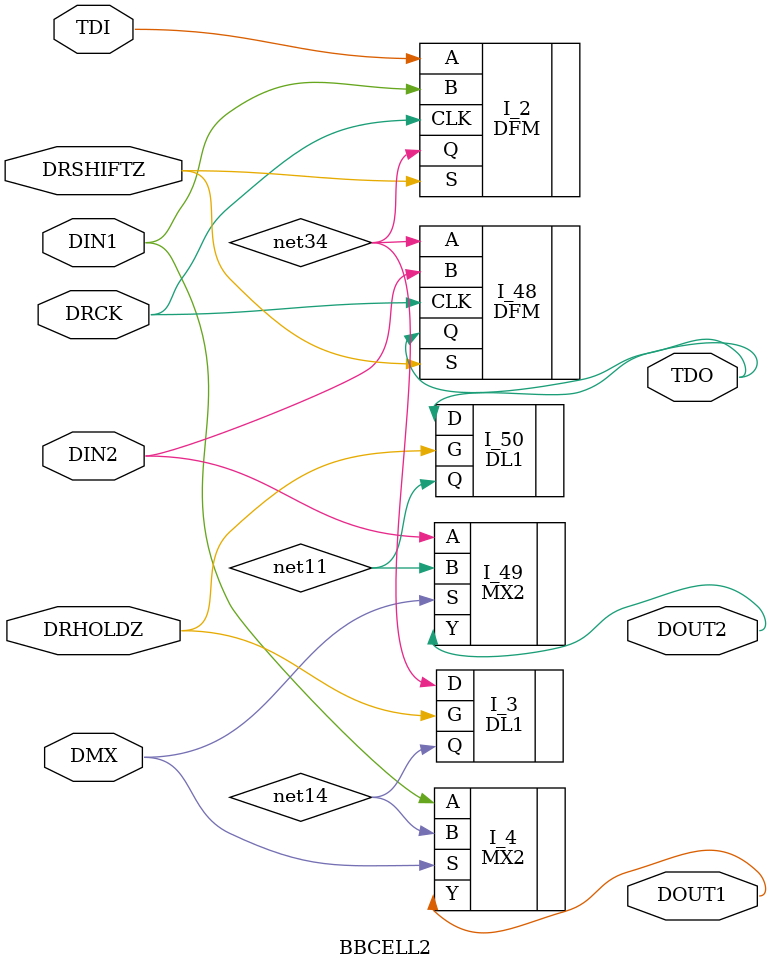
<source format=v>
`timescale 1 ns / 100 ps
module BBCELL2( DOUT1, DOUT2, TDO, DIN1, DIN2, DMX, DRCK, DRHOLDZ,
     DRSHIFTZ, TDI );

output  DOUT1, DOUT2, TDO;


input  DIN1, DIN2, DMX, DRCK, DRHOLDZ, DRSHIFTZ, TDI;





specify 
    specparam CDS_LIBNAME  = "3200DX";
    specparam CDS_CELLNAME = "BBCELL2";
    specparam CDS_VIEWNAME = "schematic";
endspecify

DL1  I_50( .Q(net11), .G(DRHOLDZ), .D(TDO));
DL1  I_3( .Q(net14), .G(DRHOLDZ), .D(net34));
MX2  I_4( .S(DMX), .Y(DOUT1), .B(net14), .A(DIN1));
MX2  I_49( .S(DMX), .Y(DOUT2), .B(net11), .A(DIN2));
DFM  I_2( .Q(net34), .CLK(DRCK), .S(DRSHIFTZ), .B(DIN1), .A(TDI));
DFM  I_48( .Q(TDO), .CLK(DRCK), .S(DRSHIFTZ), .B(DIN2), .A(net34));

endmodule

</source>
